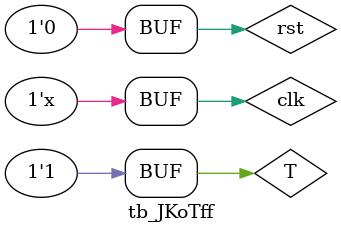
<source format=v>
`timescale 1ns / 1ps



module tb_JKoTff();
wire q,qbar;
reg T,rst,clk;
JK_Tflipflop u1(q,qbar,T,rst,clk);
always #5 clk=~clk;
initial clk=0;
initial begin
rst=1; #10
rst=0;
T=0; #20;
T=1; #30;
T=0; #20;
T=1; #30;
T=0; #20;
T=1; #30;
T=0; #20;
T=1; #30;
end
endmodule


</source>
